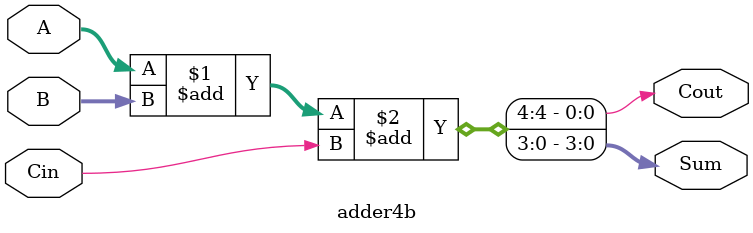
<source format=v>
module adder4b (Sum, Cout, A, B, Cin);
    input [3:0] A, B;
    input Cin;
    output [3:0] Sum;
    output Cout;

    assign {Cout, Sum} = A + B + Cin;
endmodule
</source>
